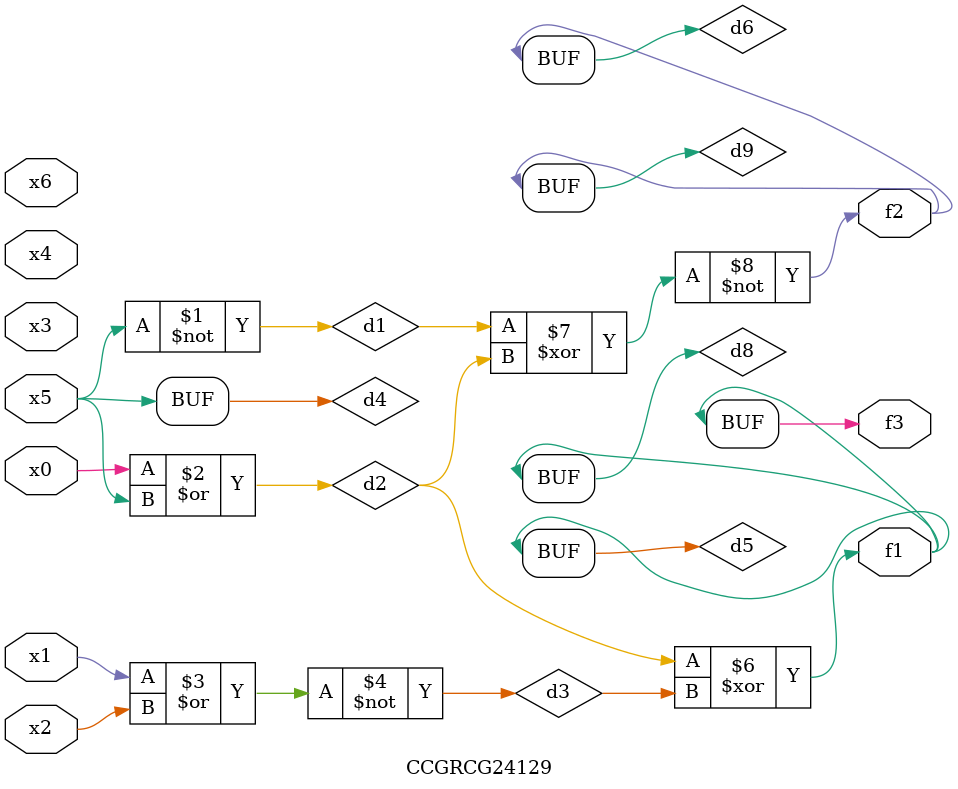
<source format=v>
module CCGRCG24129(
	input x0, x1, x2, x3, x4, x5, x6,
	output f1, f2, f3
);

	wire d1, d2, d3, d4, d5, d6, d7, d8, d9;

	nand (d1, x5);
	or (d2, x0, x5);
	nor (d3, x1, x2);
	xnor (d4, d1);
	xor (d5, d2, d3);
	xnor (d6, d1, d2);
	not (d7, x4);
	buf (d8, d5);
	xor (d9, d6);
	assign f1 = d8;
	assign f2 = d9;
	assign f3 = d8;
endmodule

</source>
